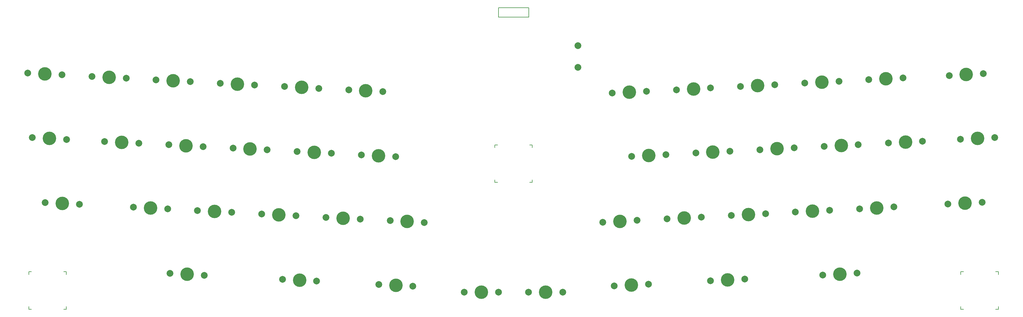
<source format=gbr>
G04 #@! TF.GenerationSoftware,KiCad,Pcbnew,(6.0.10)*
G04 #@! TF.CreationDate,2023-01-29T02:39:10+09:00*
G04 #@! TF.ProjectId,GT40,47543430-2e6b-4696-9361-645f70636258,rev?*
G04 #@! TF.SameCoordinates,Original*
G04 #@! TF.FileFunction,Legend,Top*
G04 #@! TF.FilePolarity,Positive*
%FSLAX46Y46*%
G04 Gerber Fmt 4.6, Leading zero omitted, Abs format (unit mm)*
G04 Created by KiCad (PCBNEW (6.0.10)) date 2023-01-29 02:39:10*
%MOMM*%
%LPD*%
G01*
G04 APERTURE LIST*
%ADD10C,0.150000*%
%ADD11C,4.000000*%
%ADD12C,2.000000*%
G04 APERTURE END LIST*
D10*
X27781250Y-96368750D02*
X27781250Y-97162500D01*
X38100000Y-96368750D02*
X38893750Y-96368750D01*
X27781250Y-107481250D02*
X28575000Y-107481250D01*
X28575000Y-96368750D02*
X27781250Y-96368750D01*
X38893750Y-107481250D02*
X38893750Y-106687500D01*
X27781250Y-106687500D02*
X27781250Y-107481250D01*
X38893750Y-96368750D02*
X38893750Y-97162500D01*
X38100000Y-107481250D02*
X38893750Y-107481250D01*
X304800000Y-96368750D02*
X304006250Y-96368750D01*
X314325000Y-107481250D02*
X315118750Y-107481250D01*
X314325000Y-96368750D02*
X315118750Y-96368750D01*
X304006250Y-106687500D02*
X304006250Y-107481250D01*
X315118750Y-107481250D02*
X315118750Y-106687500D01*
X304006250Y-96368750D02*
X304006250Y-97162500D01*
X304006250Y-107481250D02*
X304800000Y-107481250D01*
X315118750Y-96368750D02*
X315118750Y-97162500D01*
X165893750Y-69849950D02*
X166687500Y-69849950D01*
X177006250Y-69849950D02*
X177006250Y-69056200D01*
X165893750Y-69056200D02*
X165893750Y-69849950D01*
X165893750Y-58737450D02*
X165893750Y-59531200D01*
X177006250Y-58737450D02*
X177006250Y-59531200D01*
X166687500Y-58737450D02*
X165893750Y-58737450D01*
X176212500Y-69849950D02*
X177006250Y-69849950D01*
X176212500Y-58737450D02*
X177006250Y-58737450D01*
X166950000Y-20800000D02*
X166950000Y-18050000D01*
X175950000Y-20800000D02*
X166950000Y-20800000D01*
X166950000Y-18050000D02*
X175950000Y-18050000D01*
X175950000Y-18050000D02*
X175950000Y-20800000D01*
D11*
X206327600Y-100300500D03*
D12*
X201254562Y-100566367D03*
X211400638Y-100034633D03*
D11*
X221976500Y-80404200D03*
D12*
X216903462Y-80670067D03*
X227049538Y-80138333D03*
X229816662Y-99069467D03*
D11*
X234889700Y-98803600D03*
D12*
X239962738Y-98537733D03*
D11*
X224764800Y-42105800D03*
D12*
X219691762Y-42371667D03*
X229837838Y-41839933D03*
X244468562Y-60149267D03*
D11*
X249541600Y-59883400D03*
D12*
X254614638Y-59617533D03*
X210813938Y-42836933D03*
X200667862Y-43368667D03*
D11*
X205740900Y-43102800D03*
X202978900Y-81399800D03*
D12*
X208051938Y-81133933D03*
X197905862Y-81665667D03*
X263108462Y-97324767D03*
D11*
X268181500Y-97058900D03*
D12*
X273254538Y-96793033D03*
X216566838Y-61611533D03*
D11*
X211493800Y-61877400D03*
D12*
X206420762Y-62143267D03*
X246099738Y-79139933D03*
D11*
X241026700Y-79405800D03*
D12*
X235953662Y-79671667D03*
X257713162Y-40379067D03*
D11*
X262786200Y-40113200D03*
D12*
X267859238Y-39847333D03*
X263466162Y-59153667D03*
X273612238Y-58621933D03*
D11*
X268539200Y-58887800D03*
X260050600Y-78408800D03*
D12*
X265123638Y-78142933D03*
X254977562Y-78674667D03*
X310305338Y-75775133D03*
X300159262Y-76306867D03*
D11*
X305232300Y-76041000D03*
D12*
X292662438Y-57623533D03*
D11*
X287589400Y-57889400D03*
D12*
X282516362Y-58155267D03*
D11*
X281810100Y-39116200D03*
D12*
X276737062Y-39382067D03*
X286883138Y-38850333D03*
X238689262Y-41376067D03*
D11*
X243762300Y-41110200D03*
D12*
X248835338Y-40844333D03*
X274001462Y-77677667D03*
X284147538Y-77145933D03*
D11*
X279074500Y-77411800D03*
D12*
X314064338Y-56501933D03*
X303918262Y-57033667D03*
D11*
X308991300Y-56767800D03*
D12*
X167005000Y-102393700D03*
X156845000Y-102393700D03*
D11*
X161925000Y-102393700D03*
D12*
X175895000Y-102393700D03*
X186055000Y-102393700D03*
D11*
X180975000Y-102393700D03*
D12*
X46476762Y-38419933D03*
D11*
X51549800Y-38685800D03*
D12*
X56622838Y-38951667D03*
X75646738Y-39948667D03*
X65500662Y-39416933D03*
D11*
X70573700Y-39682800D03*
D12*
X69259662Y-58690033D03*
X79405738Y-59221767D03*
D11*
X74332700Y-58955900D03*
X55308800Y-57958900D03*
D12*
X50235762Y-57693033D03*
X60381838Y-58224767D03*
D11*
X93356500Y-59952900D03*
D12*
X98429538Y-60218767D03*
X88283462Y-59687033D03*
X117453438Y-61215767D03*
D11*
X112380400Y-60949900D03*
D12*
X107307362Y-60684033D03*
X58750662Y-77215433D03*
X68896738Y-77747167D03*
D11*
X63823700Y-77481300D03*
X131404300Y-61946900D03*
D12*
X126331262Y-61681033D03*
X136477338Y-62212767D03*
X37598938Y-37954667D03*
X27452862Y-37422933D03*
D11*
X32525900Y-37688800D03*
D12*
X113694538Y-41942667D03*
D11*
X108621500Y-41676800D03*
D12*
X103548462Y-41410933D03*
D11*
X120895400Y-80472300D03*
D12*
X115822362Y-80206433D03*
X125968438Y-80738167D03*
X122575462Y-42408033D03*
X132721538Y-42939767D03*
D11*
X127648500Y-42673900D03*
X37665900Y-76110400D03*
D12*
X42738938Y-76376267D03*
X32592862Y-75844533D03*
D11*
X82847600Y-78478300D03*
D12*
X77774562Y-78212433D03*
X87920638Y-78744167D03*
X84524562Y-40413933D03*
X94670638Y-40945667D03*
D11*
X89597600Y-40679800D03*
D12*
X106944538Y-79741167D03*
X96798462Y-79209433D03*
D11*
X101871500Y-79475300D03*
X139919300Y-81469300D03*
D12*
X144992338Y-81735167D03*
X134846262Y-81203433D03*
X141617338Y-100634467D03*
D11*
X136544300Y-100368600D03*
D12*
X131471262Y-100102733D03*
D11*
X108008500Y-98873100D03*
D12*
X113081538Y-99138967D03*
X102935462Y-98607233D03*
X38979938Y-57103167D03*
D11*
X33906900Y-56837300D03*
D12*
X28833862Y-56571433D03*
X79789638Y-97394167D03*
X69643562Y-96862433D03*
D11*
X74716600Y-97128300D03*
X305616300Y-37868600D03*
D12*
X310689338Y-37602733D03*
X300543262Y-38134467D03*
D11*
X230517700Y-60880400D03*
D12*
X225444662Y-61146267D03*
X235590738Y-60614533D03*
X190500000Y-29250000D03*
X190500000Y-35750000D03*
M02*

</source>
